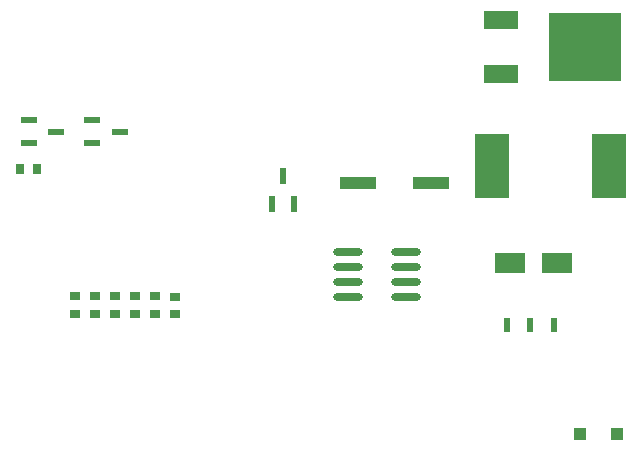
<source format=gtp>
G04 Layer_Color=8421504*
%FSLAX44Y44*%
%MOMM*%
G71*
G01*
G75*
%ADD10R,0.8000X0.9000*%
%ADD11R,1.4500X0.6000*%
%ADD12R,0.9000X0.8000*%
%ADD13R,3.1000X1.1000*%
%ADD14R,0.9000X0.7000*%
%ADD15R,2.9000X5.4000*%
%ADD16O,2.5000X0.7000*%
%ADD17R,2.5000X1.7000*%
%ADD18R,3.0000X1.6000*%
%ADD19R,6.2000X5.8000*%
%ADD20R,1.0000X1.1000*%
%ADD21R,0.6000X1.4500*%
%ADD22R,0.5000X1.2000*%
D10*
X-254460Y-222820D02*
D03*
X-240460D02*
D03*
D11*
X-193130Y-181740D02*
D03*
Y-200740D02*
D03*
X-169630Y-191240D02*
D03*
X-247210Y-181740D02*
D03*
Y-200740D02*
D03*
X-223710Y-191240D02*
D03*
D12*
X-122900Y-345240D02*
D03*
Y-331240D02*
D03*
D13*
X93500Y-235000D02*
D03*
X31500D02*
D03*
D14*
X-208300Y-345740D02*
D03*
Y-330740D02*
D03*
X-157060Y-345740D02*
D03*
Y-330740D02*
D03*
X-139980Y-345740D02*
D03*
Y-330740D02*
D03*
X-174140Y-345740D02*
D03*
Y-330740D02*
D03*
X-191220Y-345740D02*
D03*
Y-330740D02*
D03*
D15*
X145500Y-220000D02*
D03*
X244500D02*
D03*
D16*
X72000Y-331550D02*
D03*
Y-318850D02*
D03*
Y-306150D02*
D03*
Y-293450D02*
D03*
X23000Y-331550D02*
D03*
Y-318850D02*
D03*
Y-306150D02*
D03*
Y-293450D02*
D03*
D17*
X160000Y-302500D02*
D03*
X200000D02*
D03*
D18*
X152500Y-96780D02*
D03*
Y-142500D02*
D03*
D19*
X224300Y-119640D02*
D03*
D20*
X250930Y-446990D02*
D03*
X219930D02*
D03*
D21*
X-41500Y-252500D02*
D03*
X-22500D02*
D03*
X-32000Y-229000D02*
D03*
D22*
X197500Y-355000D02*
D03*
X177500D02*
D03*
X157500D02*
D03*
M02*

</source>
